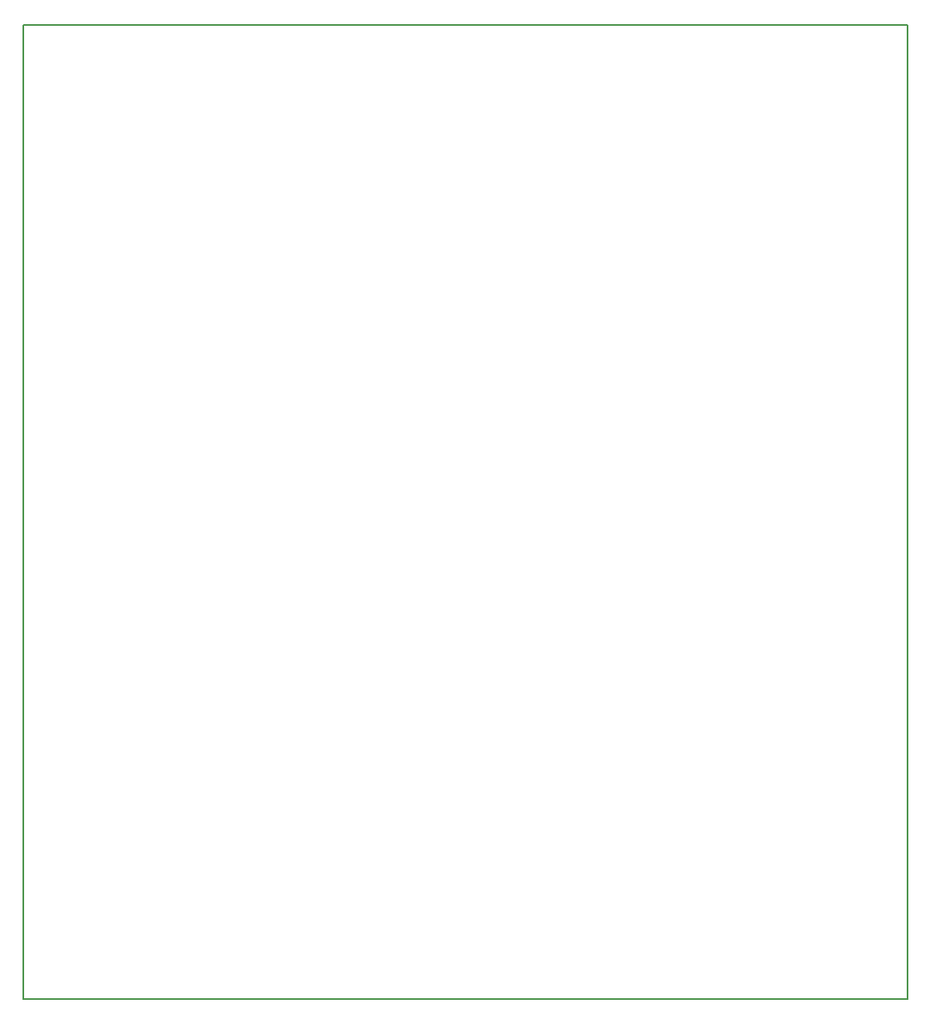
<source format=gko>
%FSLAX44Y44*%
%MOMM*%
G71*
G01*
G75*
G04 Layer_Color=16711935*
%ADD10R,0.6000X2.2000*%
%ADD11R,2.0000X1.5000*%
%ADD12R,0.8000X0.6000*%
%ADD13R,0.6000X0.8000*%
%ADD14R,1.2700X1.5240*%
%ADD15R,1.2700X1.2700*%
%ADD16R,0.8000X0.9000*%
%ADD17R,0.8000X0.4000*%
%ADD18O,3.3000X1.5000*%
%ADD19C,0.2540*%
%ADD20C,0.7620*%
%ADD21C,0.5080*%
%ADD22R,2.6590X2.6992*%
%ADD23R,3.6830X1.3208*%
%ADD24O,5.0800X2.5400*%
%ADD25O,2.5400X5.0800*%
%ADD26P,1.7046X8X112.5*%
%ADD27C,1.5748*%
%ADD28C,1.5750*%
%ADD29O,3.0000X5.0000*%
%ADD30C,2.5000*%
%ADD31C,3.2500*%
%ADD32C,1.2000*%
%ADD33O,1.5000X1.2000*%
%ADD34C,1.5000*%
%ADD35C,3.2000*%
%ADD36R,1.5000X1.5000*%
%ADD37C,1.3000*%
%ADD38R,1.2000X1.2000*%
%ADD39R,1.3000X1.3000*%
%ADD40O,0.9000X1.4000*%
%ADD41C,4.0000*%
%ADD42C,0.7112*%
%ADD43C,0.8000*%
%ADD44C,1.2700*%
%ADD45C,1.0160*%
%ADD46R,2.6082X2.7000*%
%ADD47C,1.1000*%
%ADD48C,0.2000*%
%ADD49C,0.2500*%
%ADD50C,0.2032*%
%ADD51C,0.1500*%
%ADD52C,0.1001*%
%ADD53C,0.1000*%
%ADD54C,0.3048*%
%ADD55C,0.1270*%
%ADD56C,0.1016*%
%ADD57C,0.1200*%
%ADD58C,0.1524*%
%ADD59R,0.8032X2.4032*%
%ADD60R,2.2032X1.7032*%
%ADD61R,1.0032X0.8032*%
%ADD62R,0.8032X1.0032*%
%ADD63R,1.4732X1.7272*%
%ADD64R,1.4732X1.4732*%
%ADD65R,1.0032X1.1032*%
%ADD66R,1.0032X0.6032*%
%ADD67O,3.5032X1.7032*%
%ADD68O,5.2832X2.7432*%
%ADD69O,2.7432X5.2832*%
%ADD70P,1.9245X8X112.5*%
%ADD71C,1.7780*%
%ADD72C,1.7782*%
%ADD73O,3.2032X5.2032*%
%ADD74C,2.7032*%
%ADD75C,3.4532*%
%ADD76C,1.4032*%
%ADD77O,1.7032X1.4032*%
%ADD78C,1.7032*%
%ADD79C,3.4032*%
%ADD80R,1.7032X1.7032*%
%ADD81C,1.5032*%
%ADD82R,1.4032X1.4032*%
%ADD83R,1.5032X1.5032*%
%ADD84O,1.1032X1.6032*%
%ADD85C,4.2032*%
%ADD86C,1.3032*%
D50*
X0Y0D02*
Y990000D01*
Y0D02*
X900000D01*
Y990000D01*
X0D02*
X900000D01*
M02*

</source>
